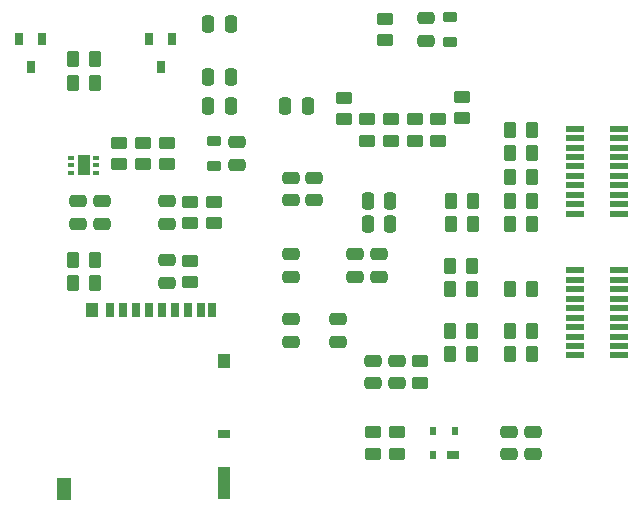
<source format=gbp>
%TF.GenerationSoftware,KiCad,Pcbnew,7.0.2*%
%TF.CreationDate,2023-11-21T14:40:01-06:00*%
%TF.ProjectId,LeaderSOM,4c656164-6572-4534-9f4d-2e6b69636164,rev?*%
%TF.SameCoordinates,Original*%
%TF.FileFunction,Paste,Bot*%
%TF.FilePolarity,Positive*%
%FSLAX46Y46*%
G04 Gerber Fmt 4.6, Leading zero omitted, Abs format (unit mm)*
G04 Created by KiCad (PCBNEW 7.0.2) date 2023-11-21 14:40:01*
%MOMM*%
%LPD*%
G01*
G04 APERTURE LIST*
G04 Aperture macros list*
%AMRoundRect*
0 Rectangle with rounded corners*
0 $1 Rounding radius*
0 $2 $3 $4 $5 $6 $7 $8 $9 X,Y pos of 4 corners*
0 Add a 4 corners polygon primitive as box body*
4,1,4,$2,$3,$4,$5,$6,$7,$8,$9,$2,$3,0*
0 Add four circle primitives for the rounded corners*
1,1,$1+$1,$2,$3*
1,1,$1+$1,$4,$5*
1,1,$1+$1,$6,$7*
1,1,$1+$1,$8,$9*
0 Add four rect primitives between the rounded corners*
20,1,$1+$1,$2,$3,$4,$5,0*
20,1,$1+$1,$4,$5,$6,$7,0*
20,1,$1+$1,$6,$7,$8,$9,0*
20,1,$1+$1,$8,$9,$2,$3,0*%
G04 Aperture macros list end*
%ADD10RoundRect,0.250000X-0.262500X-0.450000X0.262500X-0.450000X0.262500X0.450000X-0.262500X0.450000X0*%
%ADD11RoundRect,0.250000X-0.475000X0.250000X-0.475000X-0.250000X0.475000X-0.250000X0.475000X0.250000X0*%
%ADD12RoundRect,0.250000X0.262500X0.450000X-0.262500X0.450000X-0.262500X-0.450000X0.262500X-0.450000X0*%
%ADD13RoundRect,0.250000X0.475000X-0.250000X0.475000X0.250000X-0.475000X0.250000X-0.475000X-0.250000X0*%
%ADD14R,0.700000X1.000000*%
%ADD15RoundRect,0.250000X0.450000X-0.262500X0.450000X0.262500X-0.450000X0.262500X-0.450000X-0.262500X0*%
%ADD16RoundRect,0.250000X-0.450000X0.262500X-0.450000X-0.262500X0.450000X-0.262500X0.450000X0.262500X0*%
%ADD17RoundRect,0.250000X-0.250000X-0.475000X0.250000X-0.475000X0.250000X0.475000X-0.250000X0.475000X0*%
%ADD18RoundRect,0.250000X0.250000X0.475000X-0.250000X0.475000X-0.250000X-0.475000X0.250000X-0.475000X0*%
%ADD19RoundRect,0.218750X0.381250X-0.218750X0.381250X0.218750X-0.381250X0.218750X-0.381250X-0.218750X0*%
%ADD20R,0.700000X1.200000*%
%ADD21R,1.000000X0.800000*%
%ADD22R,1.000000X2.800000*%
%ADD23R,1.000000X1.200000*%
%ADD24R,1.300000X1.900000*%
%ADD25R,1.000000X0.700000*%
%ADD26R,0.600000X0.700000*%
%ADD27R,0.600000X0.350000*%
%ADD28R,1.100000X1.700000*%
%ADD29RoundRect,0.218750X-0.381250X0.218750X-0.381250X-0.218750X0.381250X-0.218750X0.381250X0.218750X0*%
%ADD30R,1.500000X0.550000*%
G04 APERTURE END LIST*
D10*
X138587500Y-78000000D03*
X140412500Y-78000000D03*
D11*
X122000000Y-68550000D03*
X122000000Y-70450000D03*
D12*
X135325000Y-76000000D03*
X133500000Y-76000000D03*
D13*
X127000000Y-85950000D03*
X127000000Y-84050000D03*
X129000001Y-85950000D03*
X129000001Y-84050000D03*
D11*
X120000000Y-68550000D03*
X120000000Y-70450000D03*
X138500000Y-90050000D03*
X138500000Y-91950000D03*
D12*
X135412500Y-70500000D03*
X133587500Y-70500000D03*
D10*
X138587500Y-64500000D03*
X140412500Y-64500000D03*
D13*
X125500000Y-76950000D03*
X125500000Y-75050000D03*
D11*
X102000000Y-70550000D03*
X102000000Y-72450000D03*
D10*
X101587500Y-75500000D03*
X103412500Y-75500000D03*
D14*
X97050000Y-56800000D03*
X98950000Y-56800000D03*
X98000000Y-59200000D03*
D15*
X131000000Y-85912500D03*
X131000000Y-84087500D03*
D13*
X131500000Y-56950000D03*
X131500000Y-55050000D03*
D16*
X132500000Y-63587500D03*
X132500000Y-65412500D03*
D11*
X104000000Y-70550000D03*
X104000000Y-72450000D03*
D13*
X120000000Y-76950000D03*
X120000000Y-75050000D03*
D10*
X138587500Y-72500000D03*
X140412500Y-72500000D03*
D12*
X135325000Y-81500000D03*
X133500000Y-81500000D03*
D17*
X113050000Y-55500000D03*
X114950000Y-55500000D03*
D15*
X128000000Y-56912500D03*
X128000000Y-55087500D03*
D17*
X113050000Y-60000000D03*
X114950000Y-60000000D03*
D10*
X138587500Y-83500000D03*
X140412500Y-83500000D03*
D16*
X111500000Y-70587500D03*
X111500000Y-72412500D03*
D15*
X134500000Y-63525000D03*
X134500000Y-61700000D03*
D12*
X135325000Y-78000000D03*
X133500000Y-78000000D03*
D18*
X128450000Y-70500000D03*
X126550000Y-70500000D03*
D11*
X140500000Y-90050000D03*
X140500000Y-91950000D03*
D10*
X138587500Y-81500000D03*
X140412500Y-81500000D03*
D19*
X133500000Y-57062500D03*
X133500000Y-54937500D03*
D20*
X104725000Y-79775000D03*
X105825000Y-79775000D03*
X106925000Y-79775000D03*
X108025000Y-79775000D03*
X109125000Y-79775000D03*
X110225000Y-79775000D03*
X111325000Y-79775000D03*
X112425000Y-79775000D03*
X113375000Y-79775000D03*
D21*
X114325000Y-90275000D03*
D22*
X114325000Y-94425000D03*
D23*
X114325000Y-84075000D03*
X103175000Y-79775000D03*
D24*
X100825000Y-94875000D03*
D25*
X133750000Y-92000000D03*
D26*
X132050000Y-92000000D03*
X132050000Y-90000000D03*
X133950000Y-90000000D03*
D16*
X128500000Y-63587500D03*
X128500000Y-65412500D03*
D10*
X138587500Y-68500000D03*
X140412500Y-68500000D03*
D16*
X129000000Y-90087500D03*
X129000000Y-91912500D03*
D10*
X138587500Y-66500000D03*
X140412500Y-66500000D03*
D16*
X126500000Y-63587500D03*
X126500000Y-65412500D03*
D13*
X109500000Y-77450000D03*
X109500000Y-75550000D03*
D27*
X101450000Y-68150000D03*
X101450000Y-67500000D03*
X101450000Y-66850000D03*
X103550000Y-66850000D03*
X103550000Y-67500000D03*
X103550000Y-68150000D03*
D28*
X102500000Y-67500000D03*
D18*
X128450000Y-72500000D03*
X126550000Y-72500000D03*
D13*
X127500000Y-76950000D03*
X127500000Y-75050000D03*
D29*
X113500000Y-65437500D03*
X113500000Y-67562500D03*
D17*
X113050000Y-62500000D03*
X114950000Y-62500000D03*
X119550000Y-62500000D03*
X121450000Y-62500000D03*
D16*
X127000000Y-90087500D03*
X127000000Y-91912500D03*
D12*
X103412500Y-58500000D03*
X101587500Y-58500000D03*
D10*
X138587500Y-70500000D03*
X140412500Y-70500000D03*
D13*
X115500000Y-67450000D03*
X115500000Y-65550000D03*
X124000000Y-82450000D03*
X124000000Y-80550000D03*
D12*
X135412500Y-72500000D03*
X133587500Y-72500000D03*
D30*
X144050000Y-76400000D03*
X147850000Y-76400000D03*
X144050000Y-77200000D03*
X147850000Y-77200000D03*
X144050000Y-78000000D03*
X147850000Y-78000000D03*
X144050000Y-78800000D03*
X147850000Y-78800000D03*
X144050000Y-79600000D03*
X147850000Y-79600000D03*
X144050000Y-80400000D03*
X147850000Y-80400000D03*
X144050000Y-81200000D03*
X147850000Y-81200000D03*
X144050000Y-82000000D03*
X147850000Y-82000000D03*
X144050000Y-82800000D03*
X147850000Y-82800000D03*
X144050000Y-83600000D03*
X147850000Y-83600000D03*
D16*
X113500000Y-70587500D03*
X113500000Y-72412500D03*
D15*
X130500000Y-65412500D03*
X130500000Y-63587500D03*
D12*
X135325000Y-83500000D03*
X133500000Y-83500000D03*
D15*
X124500000Y-63612500D03*
X124500000Y-61787500D03*
D12*
X103412501Y-77500000D03*
X101587501Y-77500000D03*
D15*
X107500000Y-67412500D03*
X107500000Y-65587500D03*
D16*
X111500000Y-75587500D03*
X111500000Y-77412500D03*
D13*
X120000000Y-82450000D03*
X120000000Y-80550000D03*
D14*
X108050000Y-56800000D03*
X109950000Y-56800000D03*
X109000000Y-59200000D03*
D30*
X144050000Y-64400000D03*
X147850000Y-64400000D03*
X144050000Y-65200000D03*
X147850000Y-65200000D03*
X144050000Y-66000000D03*
X147850000Y-66000000D03*
X144050000Y-66800000D03*
X147850000Y-66800000D03*
X144050000Y-67600000D03*
X147850000Y-67600000D03*
X144050000Y-68400000D03*
X147850000Y-68400000D03*
X144050000Y-69200000D03*
X147850000Y-69200000D03*
X144050000Y-70000000D03*
X147850000Y-70000000D03*
X144050000Y-70800000D03*
X147850000Y-70800000D03*
X144050000Y-71600000D03*
X147850000Y-71600000D03*
D10*
X101587500Y-60500000D03*
X103412500Y-60500000D03*
D15*
X105499999Y-67412500D03*
X105499999Y-65587500D03*
D13*
X109500000Y-72449999D03*
X109500000Y-70549999D03*
D15*
X109500001Y-67412500D03*
X109500001Y-65587500D03*
M02*

</source>
